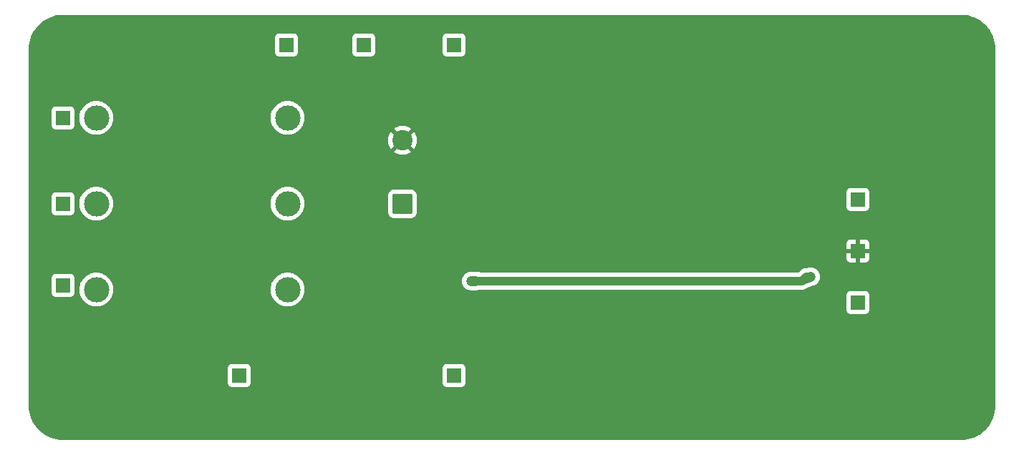
<source format=gbr>
%TF.GenerationSoftware,KiCad,Pcbnew,9.0.6-1.fc43app1*%
%TF.CreationDate,2025-12-27T19:53:40+01:00*%
%TF.ProjectId,VuMeterBoard,56754d65-7465-4724-926f-6172642e6b69,rev?*%
%TF.SameCoordinates,Original*%
%TF.FileFunction,Copper,L2,Bot*%
%TF.FilePolarity,Positive*%
%FSLAX46Y46*%
G04 Gerber Fmt 4.6, Leading zero omitted, Abs format (unit mm)*
G04 Created by KiCad (PCBNEW 9.0.6-1.fc43app1) date 2025-12-27 19:53:40*
%MOMM*%
%LPD*%
G01*
G04 APERTURE LIST*
G04 Aperture macros list*
%AMRoundRect*
0 Rectangle with rounded corners*
0 $1 Rounding radius*
0 $2 $3 $4 $5 $6 $7 $8 $9 X,Y pos of 4 corners*
0 Add a 4 corners polygon primitive as box body*
4,1,4,$2,$3,$4,$5,$6,$7,$8,$9,$2,$3,0*
0 Add four circle primitives for the rounded corners*
1,1,$1+$1,$2,$3*
1,1,$1+$1,$4,$5*
1,1,$1+$1,$6,$7*
1,1,$1+$1,$8,$9*
0 Add four rect primitives between the rounded corners*
20,1,$1+$1,$2,$3,$4,$5,0*
20,1,$1+$1,$4,$5,$6,$7,0*
20,1,$1+$1,$6,$7,$8,$9,0*
20,1,$1+$1,$8,$9,$2,$3,0*%
G04 Aperture macros list end*
%TA.AperFunction,ComponentPad*%
%ADD10C,0.800000*%
%TD*%
%TA.AperFunction,ComponentPad*%
%ADD11C,6.400000*%
%TD*%
%TA.AperFunction,ComponentPad*%
%ADD12RoundRect,0.250001X0.949999X-0.949999X0.949999X0.949999X-0.949999X0.949999X-0.949999X-0.949999X0*%
%TD*%
%TA.AperFunction,ComponentPad*%
%ADD13C,2.400000*%
%TD*%
%TA.AperFunction,ComponentPad*%
%ADD14R,1.700000X1.700000*%
%TD*%
%TA.AperFunction,ComponentPad*%
%ADD15C,3.000000*%
%TD*%
%TA.AperFunction,ViaPad*%
%ADD16C,1.200000*%
%TD*%
%TA.AperFunction,Conductor*%
%ADD17C,1.016000*%
%TD*%
G04 APERTURE END LIST*
D10*
%TO.P,H4,1,1*%
%TO.N,GND*%
X214436500Y-122216500D03*
X215139444Y-120519444D03*
X215139444Y-123913556D03*
X216836500Y-119816500D03*
D11*
X216836500Y-122216500D03*
D10*
X216836500Y-124616500D03*
X218533556Y-120519444D03*
X218533556Y-123913556D03*
X219236500Y-122216500D03*
%TD*%
%TO.P,H3,1,1*%
%TO.N,GND*%
X108436500Y-122216500D03*
X109139444Y-120519444D03*
X109139444Y-123913556D03*
X110836500Y-119816500D03*
D11*
X110836500Y-122216500D03*
D10*
X110836500Y-124616500D03*
X112533556Y-120519444D03*
X112533556Y-123913556D03*
X113236500Y-122216500D03*
%TD*%
%TO.P,H2,1,1*%
%TO.N,GND*%
X214436500Y-80216500D03*
X215139444Y-78519444D03*
X215139444Y-81913556D03*
X216836500Y-77816500D03*
D11*
X216836500Y-80216500D03*
D10*
X216836500Y-82616500D03*
X218533556Y-78519444D03*
X218533556Y-81913556D03*
X219236500Y-80216500D03*
%TD*%
%TO.P,H1,1,1*%
%TO.N,GND*%
X108436500Y-80216500D03*
X109139444Y-78519444D03*
X109139444Y-81913556D03*
X110836500Y-77816500D03*
D11*
X110836500Y-80216500D03*
D10*
X110836500Y-82616500D03*
X112533556Y-78519444D03*
X112533556Y-81913556D03*
X113236500Y-80216500D03*
%TD*%
D12*
%TO.P,C5,1*%
%TO.N,Net-(D3-K)*%
X150828500Y-98504500D03*
D13*
%TO.P,C5,2*%
%TO.N,GND*%
X150828500Y-91004500D03*
%TD*%
D14*
%TO.P,J8,1,Pin_1*%
%TO.N,Net-(J8-Pin_1)*%
X156924500Y-79708500D03*
%TD*%
%TO.P,J10,1,Pin_1*%
%TO.N,GND*%
X204676500Y-104092500D03*
%TD*%
D15*
%TO.P,F006,1*%
%TO.N,Net-(J6-Pin_1)*%
X114636500Y-108664500D03*
%TO.P,F006,2*%
%TO.N,Net-(D3-A)*%
X137236500Y-108664500D03*
%TD*%
D14*
%TO.P,J4,1,Pin_1*%
%TO.N,Net-(J4-Pin_1)*%
X110696500Y-98504500D03*
%TD*%
%TO.P,J11,1,Pin_1*%
%TO.N,Net-(D1-K)*%
X204676500Y-97996500D03*
%TD*%
%TO.P,J3,1,Pin_1*%
%TO.N,Net-(J3-Pin_1)*%
X146256500Y-79708500D03*
%TD*%
%TO.P,J5,1,Pin_1*%
%TO.N,Net-(D3-A)*%
X131524500Y-118824500D03*
%TD*%
%TO.P,J6,1,Pin_1*%
%TO.N,Net-(J6-Pin_1)*%
X110696500Y-108156500D03*
%TD*%
%TO.P,J1,1,Pin_1*%
%TO.N,Net-(J1-Pin_1)*%
X137112500Y-79708500D03*
%TD*%
D15*
%TO.P,F002,1*%
%TO.N,Net-(J2-Pin_1)*%
X114636500Y-88344500D03*
%TO.P,F002,2*%
%TO.N,Net-(J1-Pin_1)*%
X137236500Y-88344500D03*
%TD*%
%TO.P,F003,1*%
%TO.N,Net-(J4-Pin_1)*%
X114636500Y-98504500D03*
%TO.P,F003,2*%
%TO.N,Net-(J3-Pin_1)*%
X137236500Y-98504500D03*
%TD*%
D14*
%TO.P,J7,1,Pin_1*%
%TO.N,Net-(J7-Pin_1)*%
X156924500Y-118824500D03*
%TD*%
%TO.P,J9,1,Pin_1*%
%TO.N,Net-(D2-K)*%
X204676500Y-110188500D03*
%TD*%
%TO.P,J2,1,Pin_1*%
%TO.N,Net-(J2-Pin_1)*%
X110696500Y-88344500D03*
%TD*%
D16*
%TO.N,+5V*%
X199088500Y-107140500D03*
X158956500Y-107648500D03*
%TD*%
D17*
%TO.N,+5V*%
X198580500Y-107140500D02*
X198072500Y-107648500D01*
X199088500Y-107140500D02*
X198580500Y-107140500D01*
X198072500Y-107648500D02*
X158956500Y-107648500D01*
%TD*%
%TA.AperFunction,Conductor*%
%TO.N,GND*%
G36*
X216871355Y-76145132D02*
G01*
X217238450Y-76162103D01*
X217249847Y-76163159D01*
X217610972Y-76213534D01*
X217622208Y-76215635D01*
X217977148Y-76299116D01*
X217988138Y-76302243D01*
X218333877Y-76418123D01*
X218344531Y-76422251D01*
X218678089Y-76569531D01*
X218688316Y-76574623D01*
X218936161Y-76712672D01*
X219006856Y-76752049D01*
X219016594Y-76758078D01*
X219275370Y-76935344D01*
X219317402Y-76964136D01*
X219326542Y-76971039D01*
X219607041Y-77203962D01*
X219615505Y-77211678D01*
X219873321Y-77469494D01*
X219881037Y-77477958D01*
X220113960Y-77758457D01*
X220120863Y-77767597D01*
X220326921Y-78068405D01*
X220332950Y-78078143D01*
X220452669Y-78293079D01*
X220492399Y-78364409D01*
X220510369Y-78396670D01*
X220515472Y-78406919D01*
X220556992Y-78500952D01*
X220662743Y-78740455D01*
X220666881Y-78751135D01*
X220782752Y-79096848D01*
X220785886Y-79107864D01*
X220869361Y-79462778D01*
X220871466Y-79474037D01*
X220921839Y-79835150D01*
X220922896Y-79846554D01*
X220939868Y-80213644D01*
X220940000Y-80219371D01*
X220940000Y-122377628D01*
X220939868Y-122383355D01*
X220922896Y-122750445D01*
X220921839Y-122761849D01*
X220871466Y-123122962D01*
X220869361Y-123134221D01*
X220785886Y-123489135D01*
X220782752Y-123500151D01*
X220666881Y-123845864D01*
X220662743Y-123856544D01*
X220515474Y-124190076D01*
X220510369Y-124200329D01*
X220332950Y-124518856D01*
X220326921Y-124528594D01*
X220120863Y-124829402D01*
X220113960Y-124838542D01*
X219881037Y-125119041D01*
X219873321Y-125127505D01*
X219615505Y-125385321D01*
X219607041Y-125393037D01*
X219326542Y-125625960D01*
X219317402Y-125632863D01*
X219016594Y-125838921D01*
X219006856Y-125844950D01*
X218688329Y-126022369D01*
X218678076Y-126027474D01*
X218344544Y-126174743D01*
X218333864Y-126178881D01*
X217988151Y-126294752D01*
X217977135Y-126297886D01*
X217622221Y-126381361D01*
X217610962Y-126383466D01*
X217249849Y-126433839D01*
X217238445Y-126434896D01*
X216871355Y-126451868D01*
X216865628Y-126452000D01*
X110699372Y-126452000D01*
X110693645Y-126451868D01*
X110326554Y-126434896D01*
X110315150Y-126433839D01*
X109954037Y-126383466D01*
X109942778Y-126381361D01*
X109587864Y-126297886D01*
X109576848Y-126294752D01*
X109231135Y-126178881D01*
X109220455Y-126174743D01*
X108886923Y-126027474D01*
X108876675Y-126022371D01*
X108773079Y-125964669D01*
X108558143Y-125844950D01*
X108548405Y-125838921D01*
X108247597Y-125632863D01*
X108238457Y-125625960D01*
X107957958Y-125393037D01*
X107949494Y-125385321D01*
X107691678Y-125127505D01*
X107683962Y-125119041D01*
X107451039Y-124838542D01*
X107444136Y-124829402D01*
X107238078Y-124528594D01*
X107232049Y-124518856D01*
X107068913Y-124225971D01*
X107054623Y-124200316D01*
X107049531Y-124190089D01*
X106902251Y-123856531D01*
X106898123Y-123845877D01*
X106782243Y-123500138D01*
X106779116Y-123489148D01*
X106695635Y-123134208D01*
X106693534Y-123122972D01*
X106643159Y-122761847D01*
X106642103Y-122750445D01*
X106625132Y-122383355D01*
X106625000Y-122377628D01*
X106625000Y-117926635D01*
X130174000Y-117926635D01*
X130174000Y-119722370D01*
X130174001Y-119722376D01*
X130180408Y-119781983D01*
X130230702Y-119916828D01*
X130230706Y-119916835D01*
X130316952Y-120032044D01*
X130316955Y-120032047D01*
X130432164Y-120118293D01*
X130432171Y-120118297D01*
X130567017Y-120168591D01*
X130567016Y-120168591D01*
X130573944Y-120169335D01*
X130626627Y-120175000D01*
X132422372Y-120174999D01*
X132481983Y-120168591D01*
X132616831Y-120118296D01*
X132732046Y-120032046D01*
X132818296Y-119916831D01*
X132868591Y-119781983D01*
X132875000Y-119722373D01*
X132874999Y-117926635D01*
X155574000Y-117926635D01*
X155574000Y-119722370D01*
X155574001Y-119722376D01*
X155580408Y-119781983D01*
X155630702Y-119916828D01*
X155630706Y-119916835D01*
X155716952Y-120032044D01*
X155716955Y-120032047D01*
X155832164Y-120118293D01*
X155832171Y-120118297D01*
X155967017Y-120168591D01*
X155967016Y-120168591D01*
X155973944Y-120169335D01*
X156026627Y-120175000D01*
X157822372Y-120174999D01*
X157881983Y-120168591D01*
X158016831Y-120118296D01*
X158132046Y-120032046D01*
X158218296Y-119916831D01*
X158268591Y-119781983D01*
X158275000Y-119722373D01*
X158274999Y-117926628D01*
X158268591Y-117867017D01*
X158218296Y-117732169D01*
X158218295Y-117732168D01*
X158218293Y-117732164D01*
X158132047Y-117616955D01*
X158132044Y-117616952D01*
X158016835Y-117530706D01*
X158016828Y-117530702D01*
X157881982Y-117480408D01*
X157881983Y-117480408D01*
X157822383Y-117474001D01*
X157822381Y-117474000D01*
X157822373Y-117474000D01*
X157822364Y-117474000D01*
X156026629Y-117474000D01*
X156026623Y-117474001D01*
X155967016Y-117480408D01*
X155832171Y-117530702D01*
X155832164Y-117530706D01*
X155716955Y-117616952D01*
X155716952Y-117616955D01*
X155630706Y-117732164D01*
X155630702Y-117732171D01*
X155580408Y-117867017D01*
X155574001Y-117926616D01*
X155574001Y-117926623D01*
X155574000Y-117926635D01*
X132874999Y-117926635D01*
X132874999Y-117926628D01*
X132868591Y-117867017D01*
X132818296Y-117732169D01*
X132818295Y-117732168D01*
X132818293Y-117732164D01*
X132732047Y-117616955D01*
X132732044Y-117616952D01*
X132616835Y-117530706D01*
X132616828Y-117530702D01*
X132481982Y-117480408D01*
X132481983Y-117480408D01*
X132422383Y-117474001D01*
X132422381Y-117474000D01*
X132422373Y-117474000D01*
X132422364Y-117474000D01*
X130626629Y-117474000D01*
X130626623Y-117474001D01*
X130567016Y-117480408D01*
X130432171Y-117530702D01*
X130432164Y-117530706D01*
X130316955Y-117616952D01*
X130316952Y-117616955D01*
X130230706Y-117732164D01*
X130230702Y-117732171D01*
X130180408Y-117867017D01*
X130174001Y-117926616D01*
X130174001Y-117926623D01*
X130174000Y-117926635D01*
X106625000Y-117926635D01*
X106625000Y-107258635D01*
X109346000Y-107258635D01*
X109346000Y-109054370D01*
X109346001Y-109054376D01*
X109352408Y-109113983D01*
X109402702Y-109248828D01*
X109402706Y-109248835D01*
X109488952Y-109364044D01*
X109488955Y-109364047D01*
X109604164Y-109450293D01*
X109604171Y-109450297D01*
X109739017Y-109500591D01*
X109739016Y-109500591D01*
X109745944Y-109501335D01*
X109798627Y-109507000D01*
X111594372Y-109506999D01*
X111653983Y-109500591D01*
X111788831Y-109450296D01*
X111904046Y-109364046D01*
X111990296Y-109248831D01*
X112040591Y-109113983D01*
X112047000Y-109054373D01*
X112046999Y-108533372D01*
X112636000Y-108533372D01*
X112636000Y-108795627D01*
X112649045Y-108894704D01*
X112670230Y-109055616D01*
X112733203Y-109290635D01*
X112738102Y-109308918D01*
X112738105Y-109308928D01*
X112838453Y-109551190D01*
X112838458Y-109551200D01*
X112969575Y-109778303D01*
X113129218Y-109986351D01*
X113129226Y-109986360D01*
X113314640Y-110171774D01*
X113314648Y-110171781D01*
X113522696Y-110331424D01*
X113749799Y-110462541D01*
X113749809Y-110462546D01*
X113992071Y-110562894D01*
X113992081Y-110562898D01*
X114245384Y-110630770D01*
X114505380Y-110665000D01*
X114505387Y-110665000D01*
X114767613Y-110665000D01*
X114767620Y-110665000D01*
X115027616Y-110630770D01*
X115280919Y-110562898D01*
X115523197Y-110462543D01*
X115750303Y-110331424D01*
X115958351Y-110171782D01*
X115958355Y-110171777D01*
X115958360Y-110171774D01*
X116143774Y-109986360D01*
X116143777Y-109986355D01*
X116143782Y-109986351D01*
X116303424Y-109778303D01*
X116434543Y-109551197D01*
X116534898Y-109308919D01*
X116602770Y-109055616D01*
X116637000Y-108795620D01*
X116637000Y-108533380D01*
X116636999Y-108533372D01*
X135236000Y-108533372D01*
X135236000Y-108795627D01*
X135249045Y-108894704D01*
X135270230Y-109055616D01*
X135333203Y-109290635D01*
X135338102Y-109308918D01*
X135338105Y-109308928D01*
X135438453Y-109551190D01*
X135438458Y-109551200D01*
X135569575Y-109778303D01*
X135729218Y-109986351D01*
X135729226Y-109986360D01*
X135914640Y-110171774D01*
X135914648Y-110171781D01*
X136122696Y-110331424D01*
X136349799Y-110462541D01*
X136349809Y-110462546D01*
X136592071Y-110562894D01*
X136592081Y-110562898D01*
X136845384Y-110630770D01*
X137105380Y-110665000D01*
X137105387Y-110665000D01*
X137367613Y-110665000D01*
X137367620Y-110665000D01*
X137627616Y-110630770D01*
X137880919Y-110562898D01*
X138123197Y-110462543D01*
X138350303Y-110331424D01*
X138558351Y-110171782D01*
X138558355Y-110171777D01*
X138558360Y-110171774D01*
X138743774Y-109986360D01*
X138743777Y-109986355D01*
X138743782Y-109986351D01*
X138903424Y-109778303D01*
X139034543Y-109551197D01*
X139134898Y-109308919D01*
X139139797Y-109290635D01*
X203326000Y-109290635D01*
X203326000Y-111086370D01*
X203326001Y-111086376D01*
X203332408Y-111145983D01*
X203382702Y-111280828D01*
X203382706Y-111280835D01*
X203468952Y-111396044D01*
X203468955Y-111396047D01*
X203584164Y-111482293D01*
X203584171Y-111482297D01*
X203719017Y-111532591D01*
X203719016Y-111532591D01*
X203725944Y-111533335D01*
X203778627Y-111539000D01*
X205574372Y-111538999D01*
X205633983Y-111532591D01*
X205768831Y-111482296D01*
X205884046Y-111396046D01*
X205970296Y-111280831D01*
X206020591Y-111145983D01*
X206027000Y-111086373D01*
X206026999Y-109290628D01*
X206020591Y-109231017D01*
X205970296Y-109096169D01*
X205970295Y-109096168D01*
X205970293Y-109096164D01*
X205884047Y-108980955D01*
X205884044Y-108980952D01*
X205768835Y-108894706D01*
X205768828Y-108894702D01*
X205633982Y-108844408D01*
X205633983Y-108844408D01*
X205574383Y-108838001D01*
X205574381Y-108838000D01*
X205574373Y-108838000D01*
X205574364Y-108838000D01*
X203778629Y-108838000D01*
X203778623Y-108838001D01*
X203719016Y-108844408D01*
X203584171Y-108894702D01*
X203584164Y-108894706D01*
X203468955Y-108980952D01*
X203468952Y-108980955D01*
X203382706Y-109096164D01*
X203382702Y-109096171D01*
X203332408Y-109231017D01*
X203326001Y-109290616D01*
X203326001Y-109290623D01*
X203326000Y-109290635D01*
X139139797Y-109290635D01*
X139202770Y-109055616D01*
X139237000Y-108795620D01*
X139237000Y-108533380D01*
X139202770Y-108273384D01*
X139134898Y-108020081D01*
X139118259Y-107979911D01*
X139034546Y-107777809D01*
X139034537Y-107777792D01*
X138942870Y-107619018D01*
X138942869Y-107619017D01*
X138909886Y-107561889D01*
X157856000Y-107561889D01*
X157856000Y-107735111D01*
X157883098Y-107906201D01*
X157936627Y-108070945D01*
X158015268Y-108225288D01*
X158117086Y-108365428D01*
X158239572Y-108487914D01*
X158379712Y-108589732D01*
X158534055Y-108668373D01*
X158698799Y-108721902D01*
X158869889Y-108749000D01*
X158869890Y-108749000D01*
X159043110Y-108749000D01*
X159043111Y-108749000D01*
X159091423Y-108741347D01*
X159119224Y-108740106D01*
X159121726Y-108740276D01*
X160172007Y-108661392D01*
X160205091Y-108657745D01*
X160218670Y-108657000D01*
X198171830Y-108657000D01*
X198171831Y-108656999D01*
X198366669Y-108618244D01*
X198550204Y-108542221D01*
X198673108Y-108460097D01*
X198700247Y-108446441D01*
X199366226Y-108208362D01*
X199381798Y-108202505D01*
X199381803Y-108202502D01*
X199382460Y-108202255D01*
X199387783Y-108200390D01*
X199510945Y-108160373D01*
X199665288Y-108081732D01*
X199805428Y-107979914D01*
X199927914Y-107857428D01*
X200029732Y-107717288D01*
X200108373Y-107562945D01*
X200161902Y-107398201D01*
X200189000Y-107227111D01*
X200189000Y-107053889D01*
X200161902Y-106882799D01*
X200108373Y-106718055D01*
X200029732Y-106563712D01*
X199927914Y-106423572D01*
X199805428Y-106301086D01*
X199665288Y-106199268D01*
X199510945Y-106120627D01*
X199346201Y-106067098D01*
X199346199Y-106067097D01*
X199346198Y-106067097D01*
X199214771Y-106046281D01*
X199175111Y-106040000D01*
X199001889Y-106040000D01*
X198962228Y-106046281D01*
X198830802Y-106067097D01*
X198666047Y-106120629D01*
X198661546Y-106122494D01*
X198660813Y-106120724D01*
X198613964Y-106132000D01*
X198481166Y-106132000D01*
X198286338Y-106170754D01*
X198286330Y-106170756D01*
X198102798Y-106246777D01*
X198102789Y-106246782D01*
X197937619Y-106357146D01*
X197937615Y-106357149D01*
X197691085Y-106603681D01*
X197629762Y-106637166D01*
X197603404Y-106640000D01*
X160205414Y-106640000D01*
X160178624Y-106637071D01*
X160172014Y-106635608D01*
X160172008Y-106635607D01*
X160172007Y-106635607D01*
X159746936Y-106603681D01*
X159121699Y-106556721D01*
X159093566Y-106555252D01*
X159093591Y-106554758D01*
X159080383Y-106553902D01*
X159043113Y-106548000D01*
X159043111Y-106548000D01*
X158869889Y-106548000D01*
X158832625Y-106553902D01*
X158698802Y-106575097D01*
X158534052Y-106628628D01*
X158379711Y-106707268D01*
X158299756Y-106765359D01*
X158239572Y-106809086D01*
X158239570Y-106809088D01*
X158239569Y-106809088D01*
X158117088Y-106931569D01*
X158117088Y-106931570D01*
X158117086Y-106931572D01*
X158073359Y-106991756D01*
X158015268Y-107071711D01*
X157936628Y-107226052D01*
X157883097Y-107390802D01*
X157857773Y-107550696D01*
X157856000Y-107561889D01*
X138909886Y-107561889D01*
X138903424Y-107550696D01*
X138743781Y-107342648D01*
X138743774Y-107342640D01*
X138558360Y-107157226D01*
X138558351Y-107157218D01*
X138350303Y-106997575D01*
X138123200Y-106866458D01*
X138123190Y-106866453D01*
X137880928Y-106766105D01*
X137880921Y-106766103D01*
X137880919Y-106766102D01*
X137627616Y-106698230D01*
X137569839Y-106690623D01*
X137367627Y-106664000D01*
X137367620Y-106664000D01*
X137105380Y-106664000D01*
X137105372Y-106664000D01*
X136874272Y-106694426D01*
X136845384Y-106698230D01*
X136771396Y-106718055D01*
X136592081Y-106766102D01*
X136592071Y-106766105D01*
X136349809Y-106866453D01*
X136349799Y-106866458D01*
X136122696Y-106997575D01*
X135914648Y-107157218D01*
X135729218Y-107342648D01*
X135569575Y-107550696D01*
X135438458Y-107777799D01*
X135438453Y-107777809D01*
X135338105Y-108020071D01*
X135338102Y-108020081D01*
X135287651Y-108208370D01*
X135270230Y-108273385D01*
X135236000Y-108533372D01*
X116636999Y-108533372D01*
X116602770Y-108273384D01*
X116534898Y-108020081D01*
X116518259Y-107979911D01*
X116434546Y-107777809D01*
X116434541Y-107777799D01*
X116303424Y-107550696D01*
X116143781Y-107342648D01*
X116143774Y-107342640D01*
X115958360Y-107157226D01*
X115958351Y-107157218D01*
X115750303Y-106997575D01*
X115523200Y-106866458D01*
X115523190Y-106866453D01*
X115280928Y-106766105D01*
X115280921Y-106766103D01*
X115280919Y-106766102D01*
X115027616Y-106698230D01*
X114969839Y-106690623D01*
X114767627Y-106664000D01*
X114767620Y-106664000D01*
X114505380Y-106664000D01*
X114505372Y-106664000D01*
X114274272Y-106694426D01*
X114245384Y-106698230D01*
X114171396Y-106718055D01*
X113992081Y-106766102D01*
X113992071Y-106766105D01*
X113749809Y-106866453D01*
X113749799Y-106866458D01*
X113522696Y-106997575D01*
X113314648Y-107157218D01*
X113129218Y-107342648D01*
X112969575Y-107550696D01*
X112838458Y-107777799D01*
X112838453Y-107777809D01*
X112738105Y-108020071D01*
X112738102Y-108020081D01*
X112687651Y-108208370D01*
X112670230Y-108273385D01*
X112636000Y-108533372D01*
X112046999Y-108533372D01*
X112046999Y-108081732D01*
X112046999Y-107258629D01*
X112046998Y-107258623D01*
X112046997Y-107258616D01*
X112040591Y-107199017D01*
X111993109Y-107071712D01*
X111990297Y-107064171D01*
X111990293Y-107064164D01*
X111904047Y-106948955D01*
X111904044Y-106948952D01*
X111788835Y-106862706D01*
X111788828Y-106862702D01*
X111653982Y-106812408D01*
X111653983Y-106812408D01*
X111594383Y-106806001D01*
X111594381Y-106806000D01*
X111594373Y-106806000D01*
X111594364Y-106806000D01*
X109798629Y-106806000D01*
X109798623Y-106806001D01*
X109739016Y-106812408D01*
X109604171Y-106862702D01*
X109604164Y-106862706D01*
X109488955Y-106948952D01*
X109488952Y-106948955D01*
X109402706Y-107064164D01*
X109402702Y-107064171D01*
X109352408Y-107199017D01*
X109349388Y-107227111D01*
X109346001Y-107258623D01*
X109346000Y-107258635D01*
X106625000Y-107258635D01*
X106625000Y-103194655D01*
X203326500Y-103194655D01*
X203326500Y-103842500D01*
X204243488Y-103842500D01*
X204210575Y-103899507D01*
X204176500Y-104026674D01*
X204176500Y-104158326D01*
X204210575Y-104285493D01*
X204243488Y-104342500D01*
X203326500Y-104342500D01*
X203326500Y-104990344D01*
X203332901Y-105049872D01*
X203332903Y-105049879D01*
X203383145Y-105184586D01*
X203383149Y-105184593D01*
X203469309Y-105299687D01*
X203469312Y-105299690D01*
X203584406Y-105385850D01*
X203584413Y-105385854D01*
X203719120Y-105436096D01*
X203719127Y-105436098D01*
X203778655Y-105442499D01*
X203778672Y-105442500D01*
X204426500Y-105442500D01*
X204426500Y-104525512D01*
X204483507Y-104558425D01*
X204610674Y-104592500D01*
X204742326Y-104592500D01*
X204869493Y-104558425D01*
X204926500Y-104525512D01*
X204926500Y-105442500D01*
X205574328Y-105442500D01*
X205574344Y-105442499D01*
X205633872Y-105436098D01*
X205633879Y-105436096D01*
X205768586Y-105385854D01*
X205768593Y-105385850D01*
X205883687Y-105299690D01*
X205883690Y-105299687D01*
X205969850Y-105184593D01*
X205969854Y-105184586D01*
X206020096Y-105049879D01*
X206020098Y-105049872D01*
X206026499Y-104990344D01*
X206026500Y-104990327D01*
X206026500Y-104342500D01*
X205109512Y-104342500D01*
X205142425Y-104285493D01*
X205176500Y-104158326D01*
X205176500Y-104026674D01*
X205142425Y-103899507D01*
X205109512Y-103842500D01*
X206026500Y-103842500D01*
X206026500Y-103194672D01*
X206026499Y-103194655D01*
X206020098Y-103135127D01*
X206020096Y-103135120D01*
X205969854Y-103000413D01*
X205969850Y-103000406D01*
X205883690Y-102885312D01*
X205883687Y-102885309D01*
X205768593Y-102799149D01*
X205768586Y-102799145D01*
X205633879Y-102748903D01*
X205633872Y-102748901D01*
X205574344Y-102742500D01*
X204926500Y-102742500D01*
X204926500Y-103659488D01*
X204869493Y-103626575D01*
X204742326Y-103592500D01*
X204610674Y-103592500D01*
X204483507Y-103626575D01*
X204426500Y-103659488D01*
X204426500Y-102742500D01*
X203778655Y-102742500D01*
X203719127Y-102748901D01*
X203719120Y-102748903D01*
X203584413Y-102799145D01*
X203584406Y-102799149D01*
X203469312Y-102885309D01*
X203469309Y-102885312D01*
X203383149Y-103000406D01*
X203383145Y-103000413D01*
X203332903Y-103135120D01*
X203332901Y-103135127D01*
X203326500Y-103194655D01*
X106625000Y-103194655D01*
X106625000Y-97606635D01*
X109346000Y-97606635D01*
X109346000Y-99402370D01*
X109346001Y-99402376D01*
X109352408Y-99461983D01*
X109402702Y-99596828D01*
X109402706Y-99596835D01*
X109488952Y-99712044D01*
X109488955Y-99712047D01*
X109604164Y-99798293D01*
X109604171Y-99798297D01*
X109739017Y-99848591D01*
X109739016Y-99848591D01*
X109745944Y-99849335D01*
X109798627Y-99855000D01*
X111594372Y-99854999D01*
X111653983Y-99848591D01*
X111788831Y-99798296D01*
X111904046Y-99712046D01*
X111990296Y-99596831D01*
X112040591Y-99461983D01*
X112047000Y-99402373D01*
X112046999Y-98373372D01*
X112636000Y-98373372D01*
X112636000Y-98635627D01*
X112662623Y-98837839D01*
X112670230Y-98895616D01*
X112722001Y-99088828D01*
X112738102Y-99148918D01*
X112738105Y-99148928D01*
X112838453Y-99391190D01*
X112838458Y-99391200D01*
X112969575Y-99618303D01*
X113129218Y-99826351D01*
X113129226Y-99826360D01*
X113314640Y-100011774D01*
X113314648Y-100011781D01*
X113522696Y-100171424D01*
X113749799Y-100302541D01*
X113749809Y-100302546D01*
X113992071Y-100402894D01*
X113992081Y-100402898D01*
X114245384Y-100470770D01*
X114505380Y-100505000D01*
X114505387Y-100505000D01*
X114767613Y-100505000D01*
X114767620Y-100505000D01*
X115027616Y-100470770D01*
X115280919Y-100402898D01*
X115523197Y-100302543D01*
X115750303Y-100171424D01*
X115958351Y-100011782D01*
X115958355Y-100011777D01*
X115958360Y-100011774D01*
X116143774Y-99826360D01*
X116143777Y-99826355D01*
X116143782Y-99826351D01*
X116303424Y-99618303D01*
X116434543Y-99391197D01*
X116534898Y-99148919D01*
X116602770Y-98895616D01*
X116637000Y-98635620D01*
X116637000Y-98373380D01*
X116636999Y-98373372D01*
X135236000Y-98373372D01*
X135236000Y-98635627D01*
X135262623Y-98837839D01*
X135270230Y-98895616D01*
X135322001Y-99088828D01*
X135338102Y-99148918D01*
X135338105Y-99148928D01*
X135438453Y-99391190D01*
X135438458Y-99391200D01*
X135569575Y-99618303D01*
X135729218Y-99826351D01*
X135729226Y-99826360D01*
X135914640Y-100011774D01*
X135914648Y-100011781D01*
X136122696Y-100171424D01*
X136349799Y-100302541D01*
X136349809Y-100302546D01*
X136592071Y-100402894D01*
X136592081Y-100402898D01*
X136845384Y-100470770D01*
X137105380Y-100505000D01*
X137105387Y-100505000D01*
X137367613Y-100505000D01*
X137367620Y-100505000D01*
X137627616Y-100470770D01*
X137880919Y-100402898D01*
X138123197Y-100302543D01*
X138350303Y-100171424D01*
X138558351Y-100011782D01*
X138558355Y-100011777D01*
X138558360Y-100011774D01*
X138743774Y-99826360D01*
X138743777Y-99826355D01*
X138743782Y-99826351D01*
X138903424Y-99618303D01*
X139034543Y-99391197D01*
X139134898Y-99148919D01*
X139202770Y-98895616D01*
X139237000Y-98635620D01*
X139237000Y-98373380D01*
X139202770Y-98113384D01*
X139134898Y-97860081D01*
X139134894Y-97860071D01*
X139034546Y-97617809D01*
X139034541Y-97617799D01*
X139003096Y-97563335D01*
X138969119Y-97504484D01*
X149128000Y-97504484D01*
X149128000Y-99504515D01*
X149138500Y-99607295D01*
X149138501Y-99607296D01*
X149193686Y-99773835D01*
X149193687Y-99773837D01*
X149285786Y-99923151D01*
X149285789Y-99923155D01*
X149409844Y-100047210D01*
X149409848Y-100047213D01*
X149559162Y-100139312D01*
X149559164Y-100139313D01*
X149559166Y-100139314D01*
X149725703Y-100194499D01*
X149828492Y-100205000D01*
X149828497Y-100205000D01*
X151828503Y-100205000D01*
X151828508Y-100205000D01*
X151931297Y-100194499D01*
X152097834Y-100139314D01*
X152247155Y-100047211D01*
X152371211Y-99923155D01*
X152463314Y-99773834D01*
X152518499Y-99607297D01*
X152529000Y-99504508D01*
X152529000Y-97504492D01*
X152518499Y-97401703D01*
X152463314Y-97235166D01*
X152448226Y-97210704D01*
X152417200Y-97160403D01*
X152379100Y-97098635D01*
X203326000Y-97098635D01*
X203326000Y-98894370D01*
X203326001Y-98894376D01*
X203332408Y-98953983D01*
X203382702Y-99088828D01*
X203382706Y-99088835D01*
X203468952Y-99204044D01*
X203468955Y-99204047D01*
X203584164Y-99290293D01*
X203584171Y-99290297D01*
X203719017Y-99340591D01*
X203719016Y-99340591D01*
X203725944Y-99341335D01*
X203778627Y-99347000D01*
X205574372Y-99346999D01*
X205633983Y-99340591D01*
X205768831Y-99290296D01*
X205884046Y-99204046D01*
X205970296Y-99088831D01*
X206020591Y-98953983D01*
X206027000Y-98894373D01*
X206026999Y-97098628D01*
X206020591Y-97039017D01*
X205970296Y-96904169D01*
X205970295Y-96904168D01*
X205970293Y-96904164D01*
X205884047Y-96788955D01*
X205884044Y-96788952D01*
X205768835Y-96702706D01*
X205768828Y-96702702D01*
X205633982Y-96652408D01*
X205633983Y-96652408D01*
X205574383Y-96646001D01*
X205574381Y-96646000D01*
X205574373Y-96646000D01*
X205574364Y-96646000D01*
X203778629Y-96646000D01*
X203778623Y-96646001D01*
X203719016Y-96652408D01*
X203584171Y-96702702D01*
X203584164Y-96702706D01*
X203468955Y-96788952D01*
X203468952Y-96788955D01*
X203382706Y-96904164D01*
X203382702Y-96904171D01*
X203332408Y-97039017D01*
X203327374Y-97085844D01*
X203326001Y-97098623D01*
X203326000Y-97098635D01*
X152379100Y-97098635D01*
X152371213Y-97085848D01*
X152371210Y-97085844D01*
X152247155Y-96961789D01*
X152247151Y-96961786D01*
X152097837Y-96869687D01*
X152097835Y-96869686D01*
X152014565Y-96842093D01*
X151931297Y-96814501D01*
X151931295Y-96814500D01*
X151828515Y-96804000D01*
X151828508Y-96804000D01*
X149828492Y-96804000D01*
X149828484Y-96804000D01*
X149725704Y-96814500D01*
X149725703Y-96814501D01*
X149559164Y-96869686D01*
X149559162Y-96869687D01*
X149409848Y-96961786D01*
X149409844Y-96961789D01*
X149285789Y-97085844D01*
X149285786Y-97085848D01*
X149193687Y-97235162D01*
X149193686Y-97235164D01*
X149138501Y-97401703D01*
X149138500Y-97401704D01*
X149128000Y-97504484D01*
X138969119Y-97504484D01*
X138903424Y-97390696D01*
X138765311Y-97210706D01*
X138743782Y-97182649D01*
X138743781Y-97182648D01*
X138743774Y-97182640D01*
X138558360Y-96997226D01*
X138558351Y-96997218D01*
X138350303Y-96837575D01*
X138123200Y-96706458D01*
X138123190Y-96706453D01*
X137880928Y-96606105D01*
X137880921Y-96606103D01*
X137880919Y-96606102D01*
X137627616Y-96538230D01*
X137569839Y-96530623D01*
X137367627Y-96504000D01*
X137367620Y-96504000D01*
X137105380Y-96504000D01*
X137105372Y-96504000D01*
X136874272Y-96534426D01*
X136845384Y-96538230D01*
X136592081Y-96606102D01*
X136592071Y-96606105D01*
X136349809Y-96706453D01*
X136349799Y-96706458D01*
X136122696Y-96837575D01*
X135914648Y-96997218D01*
X135729218Y-97182648D01*
X135569575Y-97390696D01*
X135438458Y-97617799D01*
X135438453Y-97617809D01*
X135338105Y-97860071D01*
X135338102Y-97860081D01*
X135270230Y-98113385D01*
X135236000Y-98373372D01*
X116636999Y-98373372D01*
X116602770Y-98113384D01*
X116534898Y-97860081D01*
X116534894Y-97860071D01*
X116434546Y-97617809D01*
X116434541Y-97617799D01*
X116303424Y-97390696D01*
X116165311Y-97210706D01*
X116143782Y-97182649D01*
X116143781Y-97182648D01*
X116143774Y-97182640D01*
X115958360Y-96997226D01*
X115958351Y-96997218D01*
X115750303Y-96837575D01*
X115523200Y-96706458D01*
X115523190Y-96706453D01*
X115280928Y-96606105D01*
X115280921Y-96606103D01*
X115280919Y-96606102D01*
X115027616Y-96538230D01*
X114969839Y-96530623D01*
X114767627Y-96504000D01*
X114767620Y-96504000D01*
X114505380Y-96504000D01*
X114505372Y-96504000D01*
X114274272Y-96534426D01*
X114245384Y-96538230D01*
X113992081Y-96606102D01*
X113992071Y-96606105D01*
X113749809Y-96706453D01*
X113749799Y-96706458D01*
X113522696Y-96837575D01*
X113314648Y-96997218D01*
X113129218Y-97182648D01*
X112969575Y-97390696D01*
X112838458Y-97617799D01*
X112838453Y-97617809D01*
X112738105Y-97860071D01*
X112738102Y-97860081D01*
X112670230Y-98113385D01*
X112636000Y-98373372D01*
X112046999Y-98373372D01*
X112046999Y-97606628D01*
X112040591Y-97547017D01*
X112024730Y-97504492D01*
X111990297Y-97412171D01*
X111990293Y-97412164D01*
X111904047Y-97296955D01*
X111904044Y-97296952D01*
X111788835Y-97210706D01*
X111788828Y-97210702D01*
X111653982Y-97160408D01*
X111653983Y-97160408D01*
X111594383Y-97154001D01*
X111594381Y-97154000D01*
X111594373Y-97154000D01*
X111594364Y-97154000D01*
X109798629Y-97154000D01*
X109798623Y-97154001D01*
X109739016Y-97160408D01*
X109604171Y-97210702D01*
X109604164Y-97210706D01*
X109488955Y-97296952D01*
X109488952Y-97296955D01*
X109402706Y-97412164D01*
X109402702Y-97412171D01*
X109352408Y-97547017D01*
X109346001Y-97606616D01*
X109346001Y-97606623D01*
X109346000Y-97606635D01*
X106625000Y-97606635D01*
X106625000Y-90893075D01*
X149128500Y-90893075D01*
X149128500Y-91115924D01*
X149157585Y-91336854D01*
X149157588Y-91336867D01*
X149215263Y-91552118D01*
X149300545Y-91758002D01*
X149300554Y-91758020D01*
X149411964Y-91950991D01*
X149411973Y-91951004D01*
X149462540Y-92016903D01*
X149462543Y-92016903D01*
X150263887Y-91215559D01*
X150269389Y-91236091D01*
X150348381Y-91372908D01*
X150460092Y-91484619D01*
X150596909Y-91563611D01*
X150617440Y-91569112D01*
X149816095Y-92370455D01*
X149816095Y-92370456D01*
X149882007Y-92421033D01*
X150074985Y-92532449D01*
X150074997Y-92532454D01*
X150280881Y-92617736D01*
X150496132Y-92675411D01*
X150496145Y-92675414D01*
X150717075Y-92704500D01*
X150939925Y-92704500D01*
X151160854Y-92675414D01*
X151160867Y-92675411D01*
X151376118Y-92617736D01*
X151582002Y-92532454D01*
X151582014Y-92532449D01*
X151774998Y-92421030D01*
X151840903Y-92370457D01*
X151840904Y-92370456D01*
X151039559Y-91569112D01*
X151060091Y-91563611D01*
X151196908Y-91484619D01*
X151308619Y-91372908D01*
X151387611Y-91236091D01*
X151393112Y-91215560D01*
X152194456Y-92016904D01*
X152194457Y-92016903D01*
X152245030Y-91950998D01*
X152356449Y-91758014D01*
X152356454Y-91758002D01*
X152441736Y-91552118D01*
X152499411Y-91336867D01*
X152499414Y-91336854D01*
X152528500Y-91115924D01*
X152528500Y-90893075D01*
X152499414Y-90672145D01*
X152499411Y-90672132D01*
X152441736Y-90456881D01*
X152356454Y-90250997D01*
X152356449Y-90250985D01*
X152245033Y-90058007D01*
X152194456Y-89992095D01*
X152194455Y-89992095D01*
X151393112Y-90793439D01*
X151387611Y-90772909D01*
X151308619Y-90636092D01*
X151196908Y-90524381D01*
X151060091Y-90445389D01*
X151039558Y-90439887D01*
X151840903Y-89638543D01*
X151840903Y-89638540D01*
X151775004Y-89587973D01*
X151774991Y-89587964D01*
X151582020Y-89476554D01*
X151582002Y-89476545D01*
X151376118Y-89391263D01*
X151160867Y-89333588D01*
X151160854Y-89333585D01*
X150939925Y-89304500D01*
X150717075Y-89304500D01*
X150496145Y-89333585D01*
X150496132Y-89333588D01*
X150280881Y-89391263D01*
X150074997Y-89476545D01*
X150074979Y-89476554D01*
X149882011Y-89587962D01*
X149816095Y-89638542D01*
X150617441Y-90439887D01*
X150596909Y-90445389D01*
X150460092Y-90524381D01*
X150348381Y-90636092D01*
X150269389Y-90772909D01*
X150263887Y-90793440D01*
X149462542Y-89992095D01*
X149411962Y-90058011D01*
X149300554Y-90250979D01*
X149300545Y-90250997D01*
X149215263Y-90456881D01*
X149157588Y-90672132D01*
X149157585Y-90672145D01*
X149128500Y-90893075D01*
X106625000Y-90893075D01*
X106625000Y-87446635D01*
X109346000Y-87446635D01*
X109346000Y-89242370D01*
X109346001Y-89242376D01*
X109352408Y-89301983D01*
X109402702Y-89436828D01*
X109402706Y-89436835D01*
X109488952Y-89552044D01*
X109488955Y-89552047D01*
X109604164Y-89638293D01*
X109604171Y-89638297D01*
X109739017Y-89688591D01*
X109739016Y-89688591D01*
X109745944Y-89689335D01*
X109798627Y-89695000D01*
X111594372Y-89694999D01*
X111653983Y-89688591D01*
X111788831Y-89638296D01*
X111904046Y-89552046D01*
X111990296Y-89436831D01*
X112040591Y-89301983D01*
X112047000Y-89242373D01*
X112046999Y-88213372D01*
X112636000Y-88213372D01*
X112636000Y-88475627D01*
X112662623Y-88677839D01*
X112670230Y-88735616D01*
X112738102Y-88988918D01*
X112738105Y-88988928D01*
X112838453Y-89231190D01*
X112838458Y-89231200D01*
X112969575Y-89458303D01*
X113129218Y-89666351D01*
X113129226Y-89666360D01*
X113314640Y-89851774D01*
X113314648Y-89851781D01*
X113522696Y-90011424D01*
X113749799Y-90142541D01*
X113749809Y-90142546D01*
X113992071Y-90242894D01*
X113992081Y-90242898D01*
X114245384Y-90310770D01*
X114505380Y-90345000D01*
X114505387Y-90345000D01*
X114767613Y-90345000D01*
X114767620Y-90345000D01*
X115027616Y-90310770D01*
X115280919Y-90242898D01*
X115523197Y-90142543D01*
X115750303Y-90011424D01*
X115958351Y-89851782D01*
X115958355Y-89851777D01*
X115958360Y-89851774D01*
X116143774Y-89666360D01*
X116143779Y-89666354D01*
X116143782Y-89666351D01*
X116303424Y-89458303D01*
X116434543Y-89231197D01*
X116534898Y-88988919D01*
X116602770Y-88735616D01*
X116637000Y-88475620D01*
X116637000Y-88213380D01*
X116636999Y-88213372D01*
X135236000Y-88213372D01*
X135236000Y-88475627D01*
X135262623Y-88677839D01*
X135270230Y-88735616D01*
X135338102Y-88988918D01*
X135338105Y-88988928D01*
X135438453Y-89231190D01*
X135438458Y-89231200D01*
X135569575Y-89458303D01*
X135729218Y-89666351D01*
X135729226Y-89666360D01*
X135914640Y-89851774D01*
X135914648Y-89851781D01*
X136122696Y-90011424D01*
X136349799Y-90142541D01*
X136349809Y-90142546D01*
X136592071Y-90242894D01*
X136592081Y-90242898D01*
X136845384Y-90310770D01*
X137105380Y-90345000D01*
X137105387Y-90345000D01*
X137367613Y-90345000D01*
X137367620Y-90345000D01*
X137627616Y-90310770D01*
X137880919Y-90242898D01*
X138123197Y-90142543D01*
X138350303Y-90011424D01*
X138558351Y-89851782D01*
X138558355Y-89851777D01*
X138558360Y-89851774D01*
X138743774Y-89666360D01*
X138743779Y-89666354D01*
X138743782Y-89666351D01*
X138903424Y-89458303D01*
X139034543Y-89231197D01*
X139134898Y-88988919D01*
X139202770Y-88735616D01*
X139237000Y-88475620D01*
X139237000Y-88213380D01*
X139202770Y-87953384D01*
X139134898Y-87700081D01*
X139134894Y-87700071D01*
X139034546Y-87457809D01*
X139034541Y-87457799D01*
X138903424Y-87230696D01*
X138765311Y-87050706D01*
X138743782Y-87022649D01*
X138743781Y-87022648D01*
X138743774Y-87022640D01*
X138558360Y-86837226D01*
X138558351Y-86837218D01*
X138350303Y-86677575D01*
X138123200Y-86546458D01*
X138123190Y-86546453D01*
X137880928Y-86446105D01*
X137880921Y-86446103D01*
X137880919Y-86446102D01*
X137627616Y-86378230D01*
X137569839Y-86370623D01*
X137367627Y-86344000D01*
X137367620Y-86344000D01*
X137105380Y-86344000D01*
X137105372Y-86344000D01*
X136874272Y-86374426D01*
X136845384Y-86378230D01*
X136592081Y-86446102D01*
X136592071Y-86446105D01*
X136349809Y-86546453D01*
X136349799Y-86546458D01*
X136122696Y-86677575D01*
X135914648Y-86837218D01*
X135729218Y-87022648D01*
X135569575Y-87230696D01*
X135438458Y-87457799D01*
X135438453Y-87457809D01*
X135338105Y-87700071D01*
X135338102Y-87700081D01*
X135270230Y-87953385D01*
X135236000Y-88213372D01*
X116636999Y-88213372D01*
X116602770Y-87953384D01*
X116534898Y-87700081D01*
X116534894Y-87700071D01*
X116434546Y-87457809D01*
X116434541Y-87457799D01*
X116303424Y-87230696D01*
X116165311Y-87050706D01*
X116143782Y-87022649D01*
X116143781Y-87022648D01*
X116143774Y-87022640D01*
X115958360Y-86837226D01*
X115958351Y-86837218D01*
X115750303Y-86677575D01*
X115523200Y-86546458D01*
X115523190Y-86546453D01*
X115280928Y-86446105D01*
X115280921Y-86446103D01*
X115280919Y-86446102D01*
X115027616Y-86378230D01*
X114969839Y-86370623D01*
X114767627Y-86344000D01*
X114767620Y-86344000D01*
X114505380Y-86344000D01*
X114505372Y-86344000D01*
X114274272Y-86374426D01*
X114245384Y-86378230D01*
X113992081Y-86446102D01*
X113992071Y-86446105D01*
X113749809Y-86546453D01*
X113749799Y-86546458D01*
X113522696Y-86677575D01*
X113314648Y-86837218D01*
X113129218Y-87022648D01*
X112969575Y-87230696D01*
X112838458Y-87457799D01*
X112838453Y-87457809D01*
X112738105Y-87700071D01*
X112738102Y-87700081D01*
X112670230Y-87953385D01*
X112636000Y-88213372D01*
X112046999Y-88213372D01*
X112046999Y-87446628D01*
X112040591Y-87387017D01*
X111990296Y-87252169D01*
X111990295Y-87252168D01*
X111990293Y-87252164D01*
X111904047Y-87136955D01*
X111904044Y-87136952D01*
X111788835Y-87050706D01*
X111788828Y-87050702D01*
X111653982Y-87000408D01*
X111653983Y-87000408D01*
X111594383Y-86994001D01*
X111594381Y-86994000D01*
X111594373Y-86994000D01*
X111594364Y-86994000D01*
X109798629Y-86994000D01*
X109798623Y-86994001D01*
X109739016Y-87000408D01*
X109604171Y-87050702D01*
X109604164Y-87050706D01*
X109488955Y-87136952D01*
X109488952Y-87136955D01*
X109402706Y-87252164D01*
X109402702Y-87252171D01*
X109352408Y-87387017D01*
X109346001Y-87446616D01*
X109346001Y-87446623D01*
X109346000Y-87446635D01*
X106625000Y-87446635D01*
X106625000Y-80219371D01*
X106625132Y-80213644D01*
X106642103Y-79846554D01*
X106643160Y-79835150D01*
X106677562Y-79588533D01*
X106693535Y-79474023D01*
X106695634Y-79462794D01*
X106779118Y-79107845D01*
X106782241Y-79096866D01*
X106878176Y-78810635D01*
X135762000Y-78810635D01*
X135762000Y-80606370D01*
X135762001Y-80606376D01*
X135768408Y-80665983D01*
X135818702Y-80800828D01*
X135818706Y-80800835D01*
X135904952Y-80916044D01*
X135904955Y-80916047D01*
X136020164Y-81002293D01*
X136020171Y-81002297D01*
X136155017Y-81052591D01*
X136155016Y-81052591D01*
X136161944Y-81053335D01*
X136214627Y-81059000D01*
X138010372Y-81058999D01*
X138069983Y-81052591D01*
X138204831Y-81002296D01*
X138320046Y-80916046D01*
X138406296Y-80800831D01*
X138456591Y-80665983D01*
X138463000Y-80606373D01*
X138462999Y-78810635D01*
X144906000Y-78810635D01*
X144906000Y-80606370D01*
X144906001Y-80606376D01*
X144912408Y-80665983D01*
X144962702Y-80800828D01*
X144962706Y-80800835D01*
X145048952Y-80916044D01*
X145048955Y-80916047D01*
X145164164Y-81002293D01*
X145164171Y-81002297D01*
X145299017Y-81052591D01*
X145299016Y-81052591D01*
X145305944Y-81053335D01*
X145358627Y-81059000D01*
X147154372Y-81058999D01*
X147213983Y-81052591D01*
X147348831Y-81002296D01*
X147464046Y-80916046D01*
X147550296Y-80800831D01*
X147600591Y-80665983D01*
X147607000Y-80606373D01*
X147606999Y-78810635D01*
X155574000Y-78810635D01*
X155574000Y-80606370D01*
X155574001Y-80606376D01*
X155580408Y-80665983D01*
X155630702Y-80800828D01*
X155630706Y-80800835D01*
X155716952Y-80916044D01*
X155716955Y-80916047D01*
X155832164Y-81002293D01*
X155832171Y-81002297D01*
X155967017Y-81052591D01*
X155967016Y-81052591D01*
X155973944Y-81053335D01*
X156026627Y-81059000D01*
X157822372Y-81058999D01*
X157881983Y-81052591D01*
X158016831Y-81002296D01*
X158132046Y-80916046D01*
X158218296Y-80800831D01*
X158268591Y-80665983D01*
X158275000Y-80606373D01*
X158274999Y-78810628D01*
X158268591Y-78751017D01*
X158218296Y-78616169D01*
X158218295Y-78616168D01*
X158218293Y-78616164D01*
X158132047Y-78500955D01*
X158132044Y-78500952D01*
X158016835Y-78414706D01*
X158016828Y-78414702D01*
X157881982Y-78364408D01*
X157881983Y-78364408D01*
X157822383Y-78358001D01*
X157822381Y-78358000D01*
X157822373Y-78358000D01*
X157822364Y-78358000D01*
X156026629Y-78358000D01*
X156026623Y-78358001D01*
X155967016Y-78364408D01*
X155832171Y-78414702D01*
X155832164Y-78414706D01*
X155716955Y-78500952D01*
X155716952Y-78500955D01*
X155630706Y-78616164D01*
X155630702Y-78616171D01*
X155580408Y-78751017D01*
X155574001Y-78810616D01*
X155574001Y-78810623D01*
X155574000Y-78810635D01*
X147606999Y-78810635D01*
X147606999Y-78810628D01*
X147600591Y-78751017D01*
X147550296Y-78616169D01*
X147550295Y-78616168D01*
X147550293Y-78616164D01*
X147464047Y-78500955D01*
X147464044Y-78500952D01*
X147348835Y-78414706D01*
X147348828Y-78414702D01*
X147213982Y-78364408D01*
X147213983Y-78364408D01*
X147154383Y-78358001D01*
X147154381Y-78358000D01*
X147154373Y-78358000D01*
X147154364Y-78358000D01*
X145358629Y-78358000D01*
X145358623Y-78358001D01*
X145299016Y-78364408D01*
X145164171Y-78414702D01*
X145164164Y-78414706D01*
X145048955Y-78500952D01*
X145048952Y-78500955D01*
X144962706Y-78616164D01*
X144962702Y-78616171D01*
X144912408Y-78751017D01*
X144906001Y-78810616D01*
X144906001Y-78810623D01*
X144906000Y-78810635D01*
X138462999Y-78810635D01*
X138462999Y-78810628D01*
X138456591Y-78751017D01*
X138406296Y-78616169D01*
X138406295Y-78616168D01*
X138406293Y-78616164D01*
X138320047Y-78500955D01*
X138320044Y-78500952D01*
X138204835Y-78414706D01*
X138204828Y-78414702D01*
X138069982Y-78364408D01*
X138069983Y-78364408D01*
X138010383Y-78358001D01*
X138010381Y-78358000D01*
X138010373Y-78358000D01*
X138010364Y-78358000D01*
X136214629Y-78358000D01*
X136214623Y-78358001D01*
X136155016Y-78364408D01*
X136020171Y-78414702D01*
X136020164Y-78414706D01*
X135904955Y-78500952D01*
X135904952Y-78500955D01*
X135818706Y-78616164D01*
X135818702Y-78616171D01*
X135768408Y-78751017D01*
X135762001Y-78810616D01*
X135762001Y-78810623D01*
X135762000Y-78810635D01*
X106878176Y-78810635D01*
X106898125Y-78751114D01*
X106902248Y-78740475D01*
X107049535Y-78406901D01*
X107054618Y-78396692D01*
X107232052Y-78078137D01*
X107238078Y-78068405D01*
X107293999Y-77986771D01*
X107444146Y-77767583D01*
X107451029Y-77758470D01*
X107683973Y-77477945D01*
X107691667Y-77469505D01*
X107949505Y-77211667D01*
X107957945Y-77203973D01*
X108238470Y-76971029D01*
X108247583Y-76964146D01*
X108548410Y-76758074D01*
X108558137Y-76752052D01*
X108876692Y-76574618D01*
X108886901Y-76569535D01*
X109220475Y-76422248D01*
X109231114Y-76418125D01*
X109576866Y-76302241D01*
X109587845Y-76299118D01*
X109942794Y-76215634D01*
X109954023Y-76213535D01*
X110315154Y-76163159D01*
X110326547Y-76162103D01*
X110693645Y-76145132D01*
X110699372Y-76145000D01*
X110762392Y-76145000D01*
X216802608Y-76145000D01*
X216865628Y-76145000D01*
X216871355Y-76145132D01*
G37*
%TD.AperFunction*%
%TD*%
%TA.AperFunction,Conductor*%
%TO.N,+5V*%
G36*
X198761447Y-106650998D02*
G01*
X199087901Y-107137846D01*
X199089661Y-107142095D01*
X199203600Y-107719080D01*
X199201841Y-107727861D01*
X199196061Y-107732364D01*
X198441950Y-108001951D01*
X198433006Y-108001509D01*
X198429738Y-107999207D01*
X197726989Y-107296458D01*
X197723562Y-107288185D01*
X197726989Y-107279912D01*
X197729087Y-107278248D01*
X198745562Y-106647571D01*
X198754397Y-106646122D01*
X198761447Y-106650998D01*
G37*
%TD.AperFunction*%
%TD*%
%TA.AperFunction,Conductor*%
%TO.N,+5V*%
G36*
X160134147Y-107139687D02*
G01*
X160142141Y-107143724D01*
X160144971Y-107151354D01*
X160144971Y-108145645D01*
X160141544Y-108153918D01*
X160134147Y-108157312D01*
X159083866Y-108236196D01*
X159075360Y-108233399D01*
X159071519Y-108226831D01*
X158955961Y-107650797D01*
X158955961Y-107646202D01*
X159071520Y-107070167D01*
X159076506Y-107062731D01*
X159083864Y-107060803D01*
X160134147Y-107139687D01*
G37*
%TD.AperFunction*%
%TD*%
M02*

</source>
